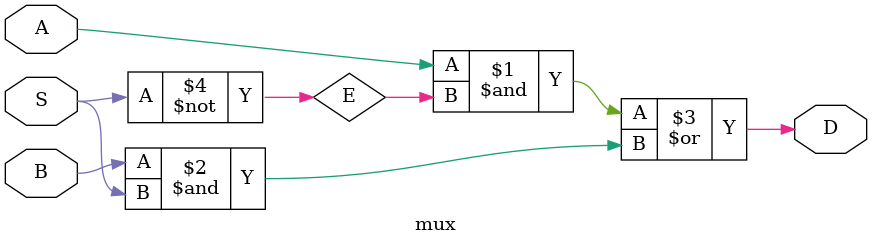
<source format=v>
module mux(input A,input B, input S,output D);
  wire E;
  not(E,S);
  assign D=(A&E)|(B&S);
endmodule
  
</source>
